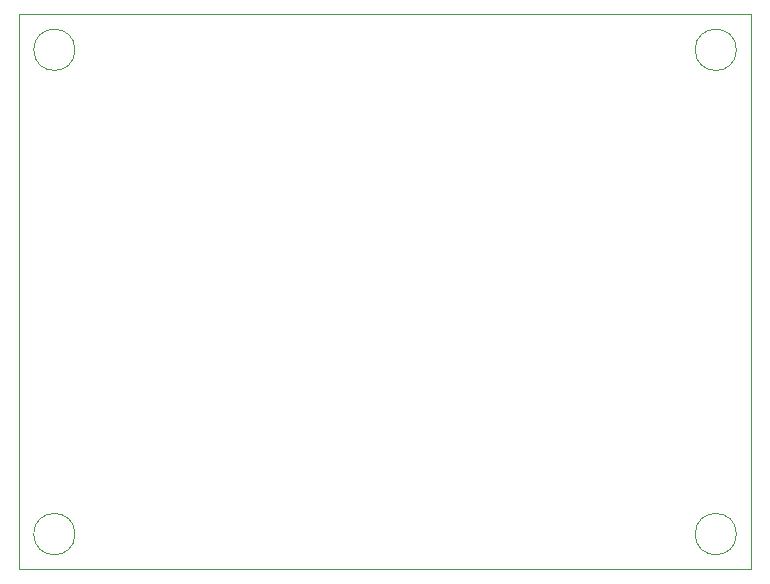
<source format=gbr>
%TF.GenerationSoftware,KiCad,Pcbnew,7.0.1*%
%TF.CreationDate,2024-11-28T00:40:51-08:00*%
%TF.ProjectId,puzzle_room,70757a7a-6c65-45f7-926f-6f6d2e6b6963,rev?*%
%TF.SameCoordinates,Original*%
%TF.FileFunction,Profile,NP*%
%FSLAX46Y46*%
G04 Gerber Fmt 4.6, Leading zero omitted, Abs format (unit mm)*
G04 Created by KiCad (PCBNEW 7.0.1) date 2024-11-28 00:40:51*
%MOMM*%
%LPD*%
G01*
G04 APERTURE LIST*
%TA.AperFunction,Profile*%
%ADD10C,0.100000*%
%TD*%
G04 APERTURE END LIST*
D10*
X174250000Y-33500000D02*
G75*
G03*
X174250000Y-33500000I-1750000J0D01*
G01*
X113500000Y-30500000D02*
X175500000Y-30500000D01*
X175500000Y-77500000D01*
X113500000Y-77500000D01*
X113500000Y-30500000D01*
X118250000Y-74500000D02*
G75*
G03*
X118250000Y-74500000I-1750000J0D01*
G01*
X174250000Y-74500000D02*
G75*
G03*
X174250000Y-74500000I-1750000J0D01*
G01*
X118250000Y-33500000D02*
G75*
G03*
X118250000Y-33500000I-1750000J0D01*
G01*
M02*

</source>
